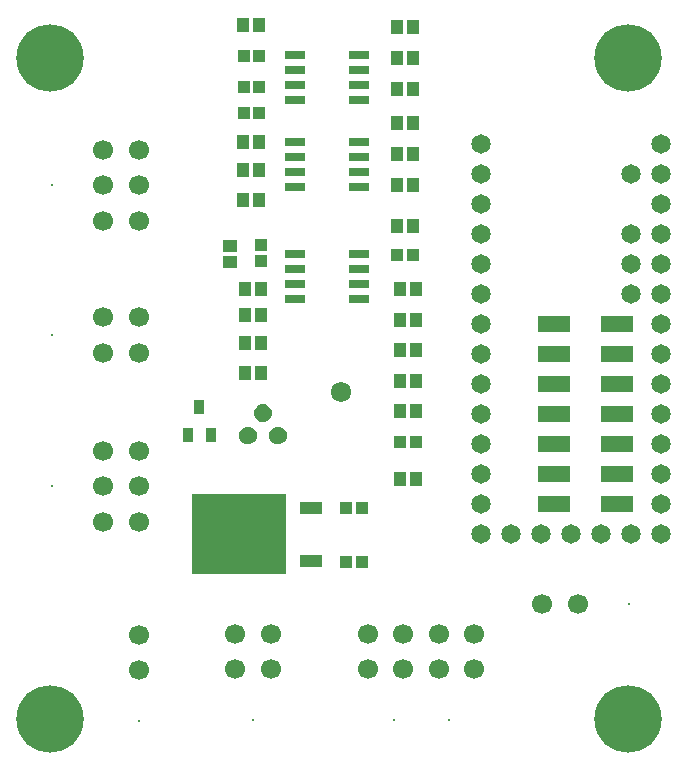
<source format=gts>
G04 Layer_Color=8388736*
%FSLAX44Y44*%
%MOMM*%
G71*
G01*
G75*
%ADD32R,1.0000X1.1500*%
%ADD33R,1.0128X1.1144*%
%ADD34R,1.1144X1.0128*%
%ADD35R,1.1500X1.0000*%
%ADD36R,1.9018X1.1398*%
%ADD37R,7.9216X6.8548*%
%ADD38R,1.7494X0.7588*%
%ADD39R,2.7500X1.3600*%
%ADD40R,0.9000X1.1500*%
%ADD41C,1.7240*%
%ADD42C,5.7000*%
%ADD43C,1.6478*%
%ADD44C,1.7000*%
%ADD45C,0.2000*%
G36*
X214568Y296346D02*
X216402Y295586D01*
X217978Y294378D01*
X219186Y292803D01*
X219946Y290968D01*
X220205Y289000D01*
X219946Y287032D01*
X219186Y285198D01*
X217978Y283623D01*
X216402Y282414D01*
X214568Y281654D01*
X212600Y281395D01*
X210632Y281654D01*
X208797Y282414D01*
X207222Y283623D01*
X206014Y285198D01*
X205254Y287032D01*
X204995Y289000D01*
X205254Y290968D01*
X206014Y292803D01*
X207222Y294378D01*
X208797Y295586D01*
X210632Y296346D01*
X212600Y296605D01*
X214568Y296346D01*
D02*
G37*
G36*
X239968D02*
X241803Y295586D01*
X243378Y294378D01*
X244586Y292803D01*
X245346Y290968D01*
X245605Y289000D01*
X245346Y287032D01*
X244586Y285198D01*
X243378Y283623D01*
X241803Y282414D01*
X239968Y281654D01*
X238000Y281395D01*
X236032Y281654D01*
X234198Y282414D01*
X232622Y283623D01*
X231414Y285198D01*
X230654Y287032D01*
X230395Y289000D01*
X230654Y290968D01*
X231414Y292803D01*
X232622Y294378D01*
X234198Y295586D01*
X236032Y296346D01*
X238000Y296605D01*
X239968Y296346D01*
D02*
G37*
G36*
X227268Y315396D02*
X229102Y314636D01*
X230678Y313428D01*
X231886Y311853D01*
X232646Y310019D01*
X232905Y308050D01*
X232646Y306082D01*
X231886Y304248D01*
X230678Y302673D01*
X229102Y301464D01*
X227268Y300704D01*
X225300Y300445D01*
X223332Y300704D01*
X221497Y301464D01*
X219922Y302673D01*
X218714Y304248D01*
X217954Y306082D01*
X217695Y308050D01*
X217954Y310019D01*
X218714Y311853D01*
X219922Y313428D01*
X221497Y314636D01*
X223332Y315396D01*
X225300Y315655D01*
X227268Y315396D01*
D02*
G37*
D32*
X221750Y488250D02*
D03*
X208250D02*
D03*
X352500Y608382D02*
D03*
X339000D02*
D03*
X352500Y582000D02*
D03*
X339000D02*
D03*
X354751Y335494D02*
D03*
X341250D02*
D03*
X339000Y635082D02*
D03*
X352500D02*
D03*
X354751Y309451D02*
D03*
X341250D02*
D03*
X222180Y636957D02*
D03*
X208680D02*
D03*
X341250Y386768D02*
D03*
X354750D02*
D03*
X341250Y361537D02*
D03*
X354750D02*
D03*
X341250Y412810D02*
D03*
X354751D02*
D03*
X223750Y413003D02*
D03*
X210250D02*
D03*
X223750Y342002D02*
D03*
X210250D02*
D03*
X352250Y500888D02*
D03*
X338750D02*
D03*
X210250Y391003D02*
D03*
X223750D02*
D03*
X210250Y367003D02*
D03*
X223750D02*
D03*
X352250Y466000D02*
D03*
X338750D02*
D03*
X208250Y513473D02*
D03*
X221750D02*
D03*
X352250Y553963D02*
D03*
X338750D02*
D03*
X222000Y537515D02*
D03*
X208500D02*
D03*
X338750Y527425D02*
D03*
X352250D02*
D03*
X355000Y252000D02*
D03*
X341500D02*
D03*
D33*
X222000Y610541D02*
D03*
X209046D02*
D03*
X222000Y584000D02*
D03*
X209046D02*
D03*
X354571Y283285D02*
D03*
X341617D02*
D03*
X352000Y442000D02*
D03*
X339046D02*
D03*
X222000Y562000D02*
D03*
X209046D02*
D03*
X308954Y182000D02*
D03*
X296000D02*
D03*
X308954Y228000D02*
D03*
X296000D02*
D03*
D34*
X224000Y437000D02*
D03*
Y449954D02*
D03*
D35*
X197000Y436250D02*
D03*
Y449750D02*
D03*
D36*
X266000Y183000D02*
D03*
Y228000D02*
D03*
D37*
X204913Y205500D02*
D03*
D38*
X306297Y573123D02*
D03*
Y585823D02*
D03*
Y598523D02*
D03*
Y611223D02*
D03*
X252703D02*
D03*
Y598523D02*
D03*
Y585823D02*
D03*
Y573123D02*
D03*
Y442550D02*
D03*
Y429850D02*
D03*
Y417150D02*
D03*
Y404450D02*
D03*
X306297D02*
D03*
Y417150D02*
D03*
Y429850D02*
D03*
Y442550D02*
D03*
X252703Y537823D02*
D03*
Y525123D02*
D03*
Y512423D02*
D03*
Y499723D02*
D03*
X306297D02*
D03*
Y512423D02*
D03*
Y525123D02*
D03*
Y537823D02*
D03*
D39*
X471550Y383200D02*
D03*
Y357800D02*
D03*
X524950Y383200D02*
D03*
Y357800D02*
D03*
Y332400D02*
D03*
Y307000D02*
D03*
Y281600D02*
D03*
Y256200D02*
D03*
X471550Y332400D02*
D03*
Y307000D02*
D03*
Y281600D02*
D03*
Y256200D02*
D03*
X524950Y230800D02*
D03*
X471550D02*
D03*
D40*
X162000Y289000D02*
D03*
X181000D02*
D03*
X171500Y313500D02*
D03*
D41*
X291000Y326000D02*
D03*
D42*
X45000Y49000D02*
D03*
X534000Y49000D02*
D03*
Y609000D02*
D03*
X45000D02*
D03*
D43*
X536600Y408600D02*
D03*
Y434000D02*
D03*
Y459400D02*
D03*
Y510200D02*
D03*
X562000Y535600D02*
D03*
Y510200D02*
D03*
Y484800D02*
D03*
Y459400D02*
D03*
Y434000D02*
D03*
Y408600D02*
D03*
Y383200D02*
D03*
Y357800D02*
D03*
Y332400D02*
D03*
Y307000D02*
D03*
Y281600D02*
D03*
Y256200D02*
D03*
Y230800D02*
D03*
Y205400D02*
D03*
X536600D02*
D03*
X511200D02*
D03*
X485800D02*
D03*
X460400D02*
D03*
X435000D02*
D03*
X409600D02*
D03*
Y230800D02*
D03*
Y256200D02*
D03*
Y281600D02*
D03*
Y307000D02*
D03*
Y332400D02*
D03*
Y357800D02*
D03*
Y383200D02*
D03*
Y408600D02*
D03*
Y434000D02*
D03*
Y459400D02*
D03*
Y484800D02*
D03*
Y510200D02*
D03*
Y535600D02*
D03*
D44*
X90000Y389000D02*
D03*
X120000D02*
D03*
Y359000D02*
D03*
X90000D02*
D03*
X461800Y146000D02*
D03*
X491800D02*
D03*
X202000Y91000D02*
D03*
Y121000D02*
D03*
X232000D02*
D03*
Y91000D02*
D03*
X90000Y531000D02*
D03*
X120000D02*
D03*
Y501000D02*
D03*
X90000D02*
D03*
Y471000D02*
D03*
X120000D02*
D03*
X404000Y91000D02*
D03*
Y121000D02*
D03*
X314000Y91000D02*
D03*
Y121000D02*
D03*
X344000D02*
D03*
Y91000D02*
D03*
X374000D02*
D03*
Y121000D02*
D03*
X90200Y276000D02*
D03*
X120200D02*
D03*
Y246000D02*
D03*
X90200D02*
D03*
Y216000D02*
D03*
X120200D02*
D03*
X120000Y120200D02*
D03*
Y90200D02*
D03*
D45*
X46800Y374000D02*
D03*
X535000Y146000D02*
D03*
X217000Y47800D02*
D03*
X46800Y501000D02*
D03*
X383000Y47800D02*
D03*
X336000D02*
D03*
X47000Y246000D02*
D03*
X120000Y47000D02*
D03*
M02*

</source>
